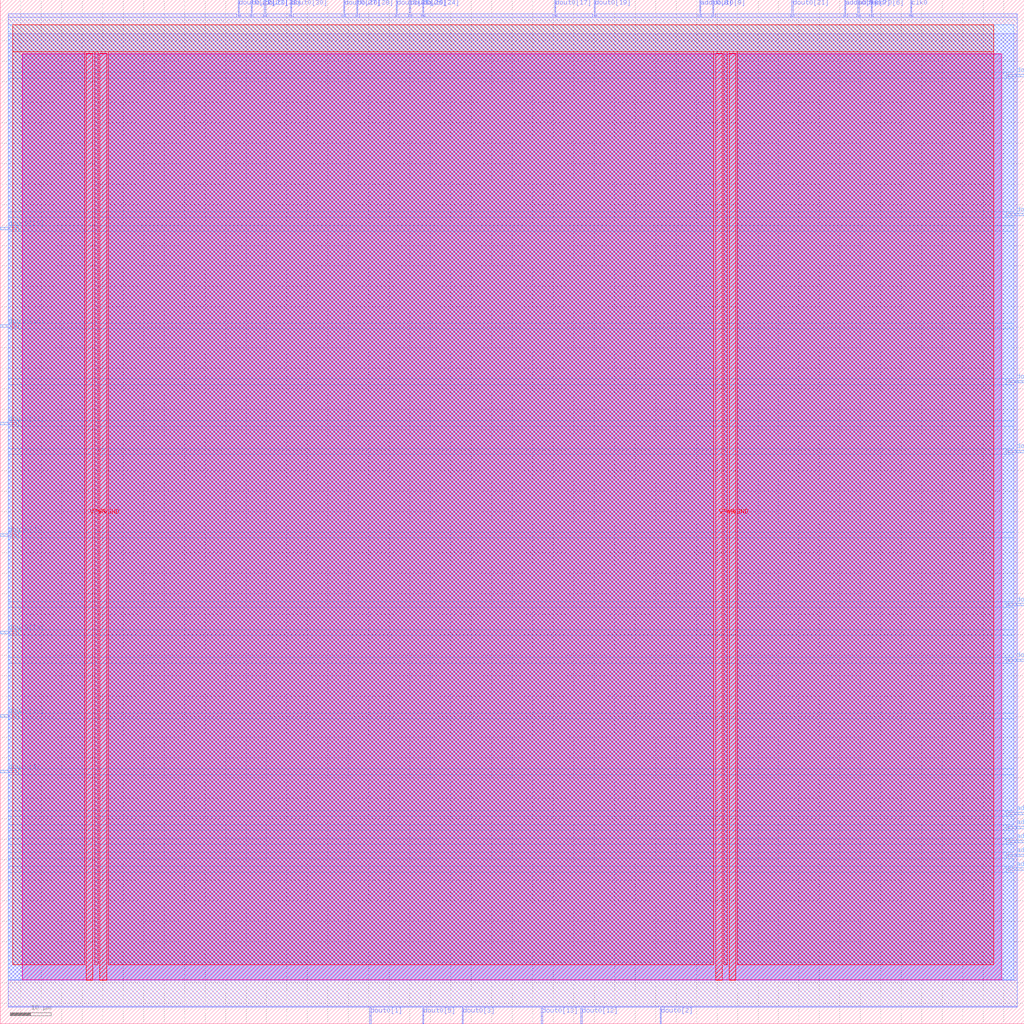
<source format=lef>
VERSION 5.7 ;
  NOWIREEXTENSIONATPIN ON ;
  DIVIDERCHAR "/" ;
  BUSBITCHARS "[]" ;
MACRO rom3
  CLASS BLOCK ;
  FOREIGN rom3 ;
  ORIGIN 0.000 0.000 ;
  SIZE 250.000 BY 250.000 ;
  PIN VGND
    DIRECTION INOUT ;
    USE GROUND ;
    PORT
      LAYER met4 ;
        RECT 24.340 10.640 25.940 236.880 ;
    END
    PORT
      LAYER met4 ;
        RECT 177.940 10.640 179.540 236.880 ;
    END
  END VGND
  PIN VPWR
    DIRECTION INOUT ;
    USE POWER ;
    PORT
      LAYER met4 ;
        RECT 21.040 10.640 22.640 236.880 ;
    END
    PORT
      LAYER met4 ;
        RECT 174.640 10.640 176.240 236.880 ;
    END
  END VPWR
  PIN addr0[0]
    DIRECTION INPUT ;
    USE SIGNAL ;
    ANTENNAGATEAREA 0.196500 ;
    PORT
      LAYER met3 ;
        RECT 246.000 37.440 250.000 38.040 ;
    END
  END addr0[0]
  PIN addr0[1]
    DIRECTION INPUT ;
    USE SIGNAL ;
    ANTENNAGATEAREA 0.196500 ;
    PORT
      LAYER met3 ;
        RECT 246.000 40.840 250.000 41.440 ;
    END
  END addr0[1]
  PIN addr0[2]
    DIRECTION INPUT ;
    USE SIGNAL ;
    ANTENNAGATEAREA 0.196500 ;
    PORT
      LAYER met3 ;
        RECT 246.000 44.240 250.000 44.840 ;
    END
  END addr0[2]
  PIN addr0[3]
    DIRECTION INPUT ;
    USE SIGNAL ;
    ANTENNAGATEAREA 0.126000 ;
    ANTENNADIFFAREA 0.434700 ;
    PORT
      LAYER met3 ;
        RECT 246.000 47.640 250.000 48.240 ;
    END
  END addr0[3]
  PIN addr0[4]
    DIRECTION INPUT ;
    USE SIGNAL ;
    ANTENNAGATEAREA 0.196500 ;
    PORT
      LAYER met3 ;
        RECT 246.000 51.040 250.000 51.640 ;
    END
  END addr0[4]
  PIN addr0[5]
    DIRECTION INPUT ;
    USE SIGNAL ;
    ANTENNAGATEAREA 0.196500 ;
    PORT
      LAYER met2 ;
        RECT 206.170 246.000 206.450 250.000 ;
    END
  END addr0[5]
  PIN addr0[6]
    DIRECTION INPUT ;
    USE SIGNAL ;
    ANTENNAGATEAREA 0.196500 ;
    PORT
      LAYER met2 ;
        RECT 212.610 246.000 212.890 250.000 ;
    END
  END addr0[6]
  PIN addr0[7]
    DIRECTION INPUT ;
    USE SIGNAL ;
    ANTENNAGATEAREA 0.196500 ;
    PORT
      LAYER met2 ;
        RECT 209.390 246.000 209.670 250.000 ;
    END
  END addr0[7]
  PIN addr0[8]
    DIRECTION INPUT ;
    USE SIGNAL ;
    ANTENNAGATEAREA 0.196500 ;
    PORT
      LAYER met2 ;
        RECT 170.750 246.000 171.030 250.000 ;
    END
  END addr0[8]
  PIN clk0
    DIRECTION INPUT ;
    USE SIGNAL ;
    ANTENNAGATEAREA 0.852000 ;
    PORT
      LAYER met2 ;
        RECT 222.270 246.000 222.550 250.000 ;
    END
  END clk0
  PIN dout0[0]
    DIRECTION OUTPUT ;
    USE SIGNAL ;
    ANTENNADIFFAREA 0.445500 ;
    PORT
      LAYER met3 ;
        RECT 246.000 139.440 250.000 140.040 ;
    END
  END dout0[0]
  PIN dout0[10]
    DIRECTION OUTPUT ;
    USE SIGNAL ;
    ANTENNADIFFAREA 0.445500 ;
    PORT
      LAYER met3 ;
        RECT 0.000 74.840 4.000 75.440 ;
    END
  END dout0[10]
  PIN dout0[11]
    DIRECTION OUTPUT ;
    USE SIGNAL ;
    ANTENNADIFFAREA 0.445500 ;
    PORT
      LAYER met3 ;
        RECT 0.000 146.240 4.000 146.840 ;
    END
  END dout0[11]
  PIN dout0[12]
    DIRECTION OUTPUT ;
    USE SIGNAL ;
    ANTENNADIFFAREA 0.445500 ;
    PORT
      LAYER met2 ;
        RECT 141.770 0.000 142.050 4.000 ;
    END
  END dout0[12]
  PIN dout0[13]
    DIRECTION OUTPUT ;
    USE SIGNAL ;
    ANTENNADIFFAREA 0.445500 ;
    PORT
      LAYER met2 ;
        RECT 132.110 0.000 132.390 4.000 ;
    END
  END dout0[13]
  PIN dout0[14]
    DIRECTION OUTPUT ;
    USE SIGNAL ;
    ANTENNADIFFAREA 0.445500 ;
    PORT
      LAYER met3 ;
        RECT 0.000 95.240 4.000 95.840 ;
    END
  END dout0[14]
  PIN dout0[15]
    DIRECTION OUTPUT ;
    USE SIGNAL ;
    ANTENNADIFFAREA 0.445500 ;
    PORT
      LAYER met3 ;
        RECT 0.000 170.040 4.000 170.640 ;
    END
  END dout0[15]
  PIN dout0[16]
    DIRECTION OUTPUT ;
    USE SIGNAL ;
    ANTENNADIFFAREA 0.445500 ;
    PORT
      LAYER met3 ;
        RECT 246.000 156.440 250.000 157.040 ;
    END
  END dout0[16]
  PIN dout0[17]
    DIRECTION OUTPUT ;
    USE SIGNAL ;
    ANTENNADIFFAREA 0.795200 ;
    PORT
      LAYER met2 ;
        RECT 135.330 246.000 135.610 250.000 ;
    END
  END dout0[17]
  PIN dout0[18]
    DIRECTION OUTPUT ;
    USE SIGNAL ;
    ANTENNADIFFAREA 0.445500 ;
    PORT
      LAYER met3 ;
        RECT 246.000 197.240 250.000 197.840 ;
    END
  END dout0[18]
  PIN dout0[19]
    DIRECTION OUTPUT ;
    USE SIGNAL ;
    ANTENNADIFFAREA 0.795200 ;
    PORT
      LAYER met2 ;
        RECT 144.990 246.000 145.270 250.000 ;
    END
  END dout0[19]
  PIN dout0[1]
    DIRECTION OUTPUT ;
    USE SIGNAL ;
    ANTENNADIFFAREA 0.445500 ;
    PORT
      LAYER met2 ;
        RECT 90.250 0.000 90.530 4.000 ;
    END
  END dout0[1]
  PIN dout0[20]
    DIRECTION OUTPUT ;
    USE SIGNAL ;
    ANTENNADIFFAREA 0.445500 ;
    PORT
      LAYER met3 ;
        RECT 0.000 193.840 4.000 194.440 ;
    END
  END dout0[20]
  PIN dout0[21]
    DIRECTION OUTPUT ;
    USE SIGNAL ;
    ANTENNADIFFAREA 0.795200 ;
    PORT
      LAYER met2 ;
        RECT 193.290 246.000 193.570 250.000 ;
    END
  END dout0[21]
  PIN dout0[22]
    DIRECTION OUTPUT ;
    USE SIGNAL ;
    ANTENNADIFFAREA 0.795200 ;
    PORT
      LAYER met2 ;
        RECT 58.050 246.000 58.330 250.000 ;
    END
  END dout0[22]
  PIN dout0[23]
    DIRECTION OUTPUT ;
    USE SIGNAL ;
    ANTENNADIFFAREA 0.795200 ;
    PORT
      LAYER met2 ;
        RECT 61.270 246.000 61.550 250.000 ;
    END
  END dout0[23]
  PIN dout0[24]
    DIRECTION OUTPUT ;
    USE SIGNAL ;
    ANTENNADIFFAREA 0.795200 ;
    PORT
      LAYER met2 ;
        RECT 103.130 246.000 103.410 250.000 ;
    END
  END dout0[24]
  PIN dout0[25]
    DIRECTION OUTPUT ;
    USE SIGNAL ;
    ANTENNADIFFAREA 0.795200 ;
    PORT
      LAYER met2 ;
        RECT 96.690 246.000 96.970 250.000 ;
    END
  END dout0[25]
  PIN dout0[26]
    DIRECTION OUTPUT ;
    USE SIGNAL ;
    ANTENNADIFFAREA 0.795200 ;
    PORT
      LAYER met2 ;
        RECT 99.910 246.000 100.190 250.000 ;
    END
  END dout0[26]
  PIN dout0[27]
    DIRECTION OUTPUT ;
    USE SIGNAL ;
    ANTENNADIFFAREA 0.795200 ;
    PORT
      LAYER met2 ;
        RECT 83.810 246.000 84.090 250.000 ;
    END
  END dout0[27]
  PIN dout0[28]
    DIRECTION OUTPUT ;
    USE SIGNAL ;
    ANTENNADIFFAREA 0.795200 ;
    PORT
      LAYER met2 ;
        RECT 87.030 246.000 87.310 250.000 ;
    END
  END dout0[28]
  PIN dout0[29]
    DIRECTION OUTPUT ;
    USE SIGNAL ;
    ANTENNADIFFAREA 0.795200 ;
    PORT
      LAYER met2 ;
        RECT 64.490 246.000 64.770 250.000 ;
    END
  END dout0[29]
  PIN dout0[2]
    DIRECTION OUTPUT ;
    USE SIGNAL ;
    ANTENNADIFFAREA 0.445500 ;
    PORT
      LAYER met2 ;
        RECT 161.090 0.000 161.370 4.000 ;
    END
  END dout0[2]
  PIN dout0[30]
    DIRECTION OUTPUT ;
    USE SIGNAL ;
    ANTENNADIFFAREA 0.795200 ;
    PORT
      LAYER met2 ;
        RECT 70.930 246.000 71.210 250.000 ;
    END
  END dout0[30]
  PIN dout0[31]
    DIRECTION OUTPUT ;
    USE SIGNAL ;
    PORT
      LAYER met3 ;
        RECT 246.000 231.240 250.000 231.840 ;
    END
  END dout0[31]
  PIN dout0[3]
    DIRECTION OUTPUT ;
    USE SIGNAL ;
    ANTENNADIFFAREA 0.445500 ;
    PORT
      LAYER met2 ;
        RECT 112.790 0.000 113.070 4.000 ;
    END
  END dout0[3]
  PIN dout0[4]
    DIRECTION OUTPUT ;
    USE SIGNAL ;
    ANTENNADIFFAREA 0.445500 ;
    PORT
      LAYER met3 ;
        RECT 0.000 61.240 4.000 61.840 ;
    END
  END dout0[4]
  PIN dout0[5]
    DIRECTION OUTPUT ;
    USE SIGNAL ;
    ANTENNADIFFAREA 0.445500 ;
    PORT
      LAYER met2 ;
        RECT 103.130 0.000 103.410 4.000 ;
    END
  END dout0[5]
  PIN dout0[6]
    DIRECTION OUTPUT ;
    USE SIGNAL ;
    ANTENNADIFFAREA 0.445500 ;
    PORT
      LAYER met3 ;
        RECT 246.000 102.040 250.000 102.640 ;
    END
  END dout0[6]
  PIN dout0[7]
    DIRECTION OUTPUT ;
    USE SIGNAL ;
    ANTENNADIFFAREA 0.445500 ;
    PORT
      LAYER met3 ;
        RECT 0.000 119.040 4.000 119.640 ;
    END
  END dout0[7]
  PIN dout0[8]
    DIRECTION OUTPUT ;
    USE SIGNAL ;
    ANTENNADIFFAREA 0.445500 ;
    PORT
      LAYER met3 ;
        RECT 246.000 88.440 250.000 89.040 ;
    END
  END dout0[8]
  PIN dout0[9]
    DIRECTION OUTPUT ;
    USE SIGNAL ;
    ANTENNADIFFAREA 0.795200 ;
    PORT
      LAYER met2 ;
        RECT 173.970 246.000 174.250 250.000 ;
    END
  END dout0[9]
  OBS
      LAYER nwell ;
        RECT 5.330 10.795 244.450 236.830 ;
      LAYER li1 ;
        RECT 5.520 10.795 244.260 236.725 ;
      LAYER met1 ;
        RECT 1.910 10.640 248.330 241.700 ;
      LAYER met2 ;
        RECT 1.930 245.720 57.770 246.570 ;
        RECT 58.610 245.720 60.990 246.570 ;
        RECT 61.830 245.720 64.210 246.570 ;
        RECT 65.050 245.720 70.650 246.570 ;
        RECT 71.490 245.720 83.530 246.570 ;
        RECT 84.370 245.720 86.750 246.570 ;
        RECT 87.590 245.720 96.410 246.570 ;
        RECT 97.250 245.720 99.630 246.570 ;
        RECT 100.470 245.720 102.850 246.570 ;
        RECT 103.690 245.720 135.050 246.570 ;
        RECT 135.890 245.720 144.710 246.570 ;
        RECT 145.550 245.720 170.470 246.570 ;
        RECT 171.310 245.720 173.690 246.570 ;
        RECT 174.530 245.720 193.010 246.570 ;
        RECT 193.850 245.720 205.890 246.570 ;
        RECT 206.730 245.720 209.110 246.570 ;
        RECT 209.950 245.720 212.330 246.570 ;
        RECT 213.170 245.720 221.990 246.570 ;
        RECT 222.830 245.720 248.300 246.570 ;
        RECT 1.930 4.280 248.300 245.720 ;
        RECT 1.930 4.000 89.970 4.280 ;
        RECT 90.810 4.000 102.850 4.280 ;
        RECT 103.690 4.000 112.510 4.280 ;
        RECT 113.350 4.000 131.830 4.280 ;
        RECT 132.670 4.000 141.490 4.280 ;
        RECT 142.330 4.000 160.810 4.280 ;
        RECT 161.650 4.000 248.300 4.280 ;
      LAYER met3 ;
        RECT 1.905 232.240 247.415 243.945 ;
        RECT 1.905 230.840 245.600 232.240 ;
        RECT 1.905 198.240 247.415 230.840 ;
        RECT 1.905 196.840 245.600 198.240 ;
        RECT 1.905 194.840 247.415 196.840 ;
        RECT 4.400 193.440 247.415 194.840 ;
        RECT 1.905 171.040 247.415 193.440 ;
        RECT 4.400 169.640 247.415 171.040 ;
        RECT 1.905 157.440 247.415 169.640 ;
        RECT 1.905 156.040 245.600 157.440 ;
        RECT 1.905 147.240 247.415 156.040 ;
        RECT 4.400 145.840 247.415 147.240 ;
        RECT 1.905 140.440 247.415 145.840 ;
        RECT 1.905 139.040 245.600 140.440 ;
        RECT 1.905 120.040 247.415 139.040 ;
        RECT 4.400 118.640 247.415 120.040 ;
        RECT 1.905 103.040 247.415 118.640 ;
        RECT 1.905 101.640 245.600 103.040 ;
        RECT 1.905 96.240 247.415 101.640 ;
        RECT 4.400 94.840 247.415 96.240 ;
        RECT 1.905 89.440 247.415 94.840 ;
        RECT 1.905 88.040 245.600 89.440 ;
        RECT 1.905 75.840 247.415 88.040 ;
        RECT 4.400 74.440 247.415 75.840 ;
        RECT 1.905 62.240 247.415 74.440 ;
        RECT 4.400 60.840 247.415 62.240 ;
        RECT 1.905 52.040 247.415 60.840 ;
        RECT 1.905 50.640 245.600 52.040 ;
        RECT 1.905 48.640 247.415 50.640 ;
        RECT 1.905 47.240 245.600 48.640 ;
        RECT 1.905 45.240 247.415 47.240 ;
        RECT 1.905 43.840 245.600 45.240 ;
        RECT 1.905 41.840 247.415 43.840 ;
        RECT 1.905 40.440 245.600 41.840 ;
        RECT 1.905 38.440 247.415 40.440 ;
        RECT 1.905 37.040 245.600 38.440 ;
        RECT 1.905 10.715 247.415 37.040 ;
      LAYER met4 ;
        RECT 3.055 237.280 242.585 243.945 ;
        RECT 3.055 14.455 20.640 237.280 ;
        RECT 23.040 14.455 23.940 237.280 ;
        RECT 26.340 14.455 174.240 237.280 ;
        RECT 176.640 14.455 177.540 237.280 ;
        RECT 179.940 14.455 242.585 237.280 ;
  END
END rom3
END LIBRARY


</source>
